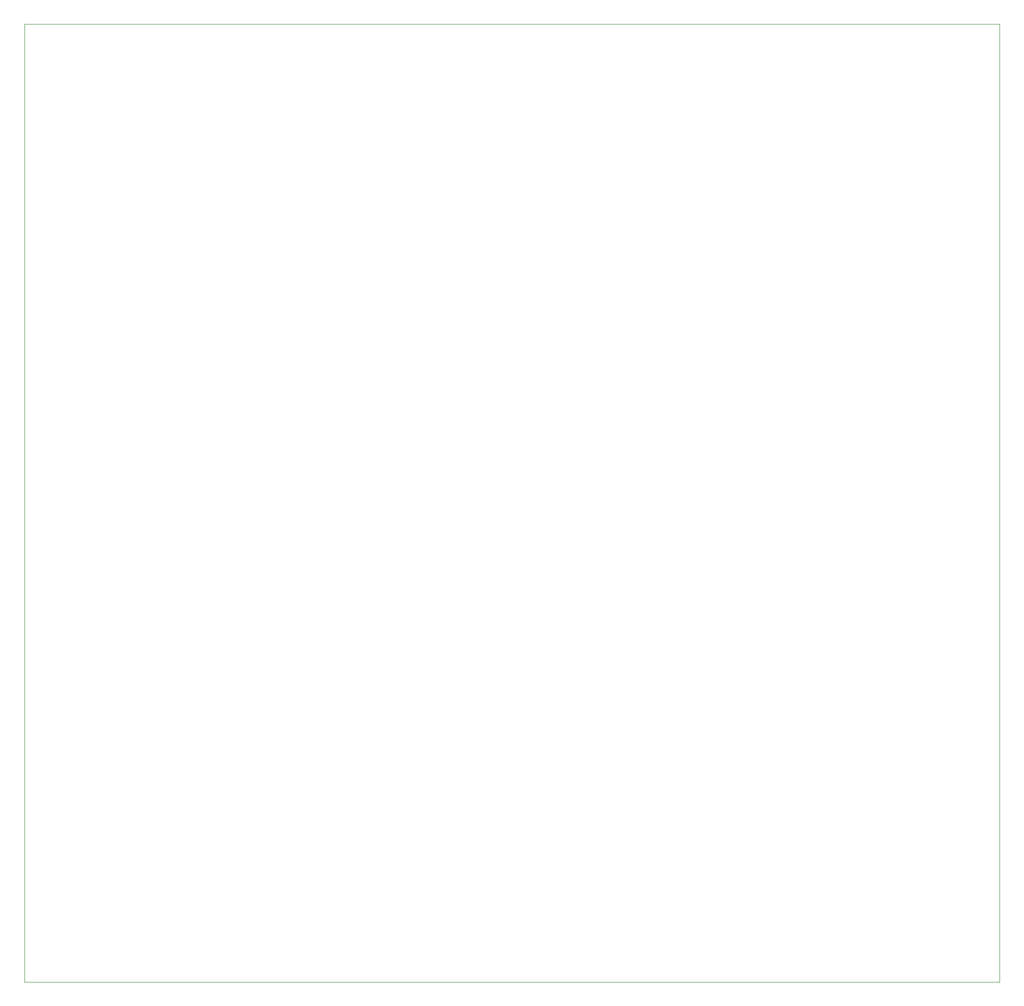
<source format=gbr>
%TF.GenerationSoftware,Altium Limited,Altium Designer,21.6.1 (37)*%
G04 Layer_Color=0*
%FSLAX43Y43*%
%MOMM*%
%TF.SameCoordinates,8D5B277E-474B-43DD-86F4-B2073A371E15*%
%TF.FilePolarity,Positive*%
%TF.FileFunction,Profile,NP*%
%TF.Part,CustomerPanel*%
G01*
G75*
%TA.AperFunction,Profile*%
%ADD27C,0.025*%
D27*
X0Y0D02*
Y169000D01*
X172000D01*
Y0D01*
X0D01*
%TF.MD5,43465eecb81b400ca795de9d05f04e6d*%
M02*

</source>
